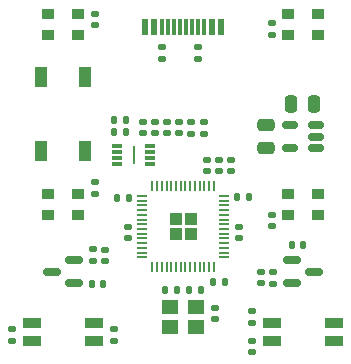
<source format=gbr>
%TF.GenerationSoftware,KiCad,Pcbnew,7.0.1*%
%TF.CreationDate,2023-05-12T00:47:34+01:00*%
%TF.ProjectId,MoonPad,4d6f6f6e-5061-4642-9e6b-696361645f70,rev?*%
%TF.SameCoordinates,Original*%
%TF.FileFunction,Paste,Top*%
%TF.FilePolarity,Positive*%
%FSLAX46Y46*%
G04 Gerber Fmt 4.6, Leading zero omitted, Abs format (unit mm)*
G04 Created by KiCad (PCBNEW 7.0.1) date 2023-05-12 00:47:34*
%MOMM*%
%LPD*%
G01*
G04 APERTURE LIST*
G04 Aperture macros list*
%AMRoundRect*
0 Rectangle with rounded corners*
0 $1 Rounding radius*
0 $2 $3 $4 $5 $6 $7 $8 $9 X,Y pos of 4 corners*
0 Add a 4 corners polygon primitive as box body*
4,1,4,$2,$3,$4,$5,$6,$7,$8,$9,$2,$3,0*
0 Add four circle primitives for the rounded corners*
1,1,$1+$1,$2,$3*
1,1,$1+$1,$4,$5*
1,1,$1+$1,$6,$7*
1,1,$1+$1,$8,$9*
0 Add four rect primitives between the rounded corners*
20,1,$1+$1,$2,$3,$4,$5,0*
20,1,$1+$1,$4,$5,$6,$7,0*
20,1,$1+$1,$6,$7,$8,$9,0*
20,1,$1+$1,$8,$9,$2,$3,0*%
G04 Aperture macros list end*
%ADD10RoundRect,0.140000X0.170000X-0.140000X0.170000X0.140000X-0.170000X0.140000X-0.170000X-0.140000X0*%
%ADD11RoundRect,0.140000X-0.170000X0.140000X-0.170000X-0.140000X0.170000X-0.140000X0.170000X0.140000X0*%
%ADD12R,1.400000X1.200000*%
%ADD13RoundRect,0.140000X-0.140000X-0.170000X0.140000X-0.170000X0.140000X0.170000X-0.140000X0.170000X0*%
%ADD14RoundRect,0.135000X0.185000X-0.135000X0.185000X0.135000X-0.185000X0.135000X-0.185000X-0.135000X0*%
%ADD15R,0.600000X1.450000*%
%ADD16R,0.300000X1.450000*%
%ADD17RoundRect,0.150000X-0.587500X-0.150000X0.587500X-0.150000X0.587500X0.150000X-0.587500X0.150000X0*%
%ADD18R,1.000000X0.850000*%
%ADD19RoundRect,0.140000X0.140000X0.170000X-0.140000X0.170000X-0.140000X-0.170000X0.140000X-0.170000X0*%
%ADD20R,0.900000X0.300000*%
%ADD21R,0.250000X1.650000*%
%ADD22RoundRect,0.135000X0.135000X0.185000X-0.135000X0.185000X-0.135000X-0.185000X0.135000X-0.185000X0*%
%ADD23RoundRect,0.250000X0.475000X-0.250000X0.475000X0.250000X-0.475000X0.250000X-0.475000X-0.250000X0*%
%ADD24RoundRect,0.250000X0.250000X0.475000X-0.250000X0.475000X-0.250000X-0.475000X0.250000X-0.475000X0*%
%ADD25RoundRect,0.135000X-0.185000X0.135000X-0.185000X-0.135000X0.185000X-0.135000X0.185000X0.135000X0*%
%ADD26RoundRect,0.250000X-0.292217X-0.292217X0.292217X-0.292217X0.292217X0.292217X-0.292217X0.292217X0*%
%ADD27RoundRect,0.050000X-0.387500X-0.050000X0.387500X-0.050000X0.387500X0.050000X-0.387500X0.050000X0*%
%ADD28RoundRect,0.050000X-0.050000X-0.387500X0.050000X-0.387500X0.050000X0.387500X-0.050000X0.387500X0*%
%ADD29RoundRect,0.150000X0.512500X0.150000X-0.512500X0.150000X-0.512500X-0.150000X0.512500X-0.150000X0*%
%ADD30R,1.000000X1.700000*%
%ADD31RoundRect,0.135000X-0.135000X-0.185000X0.135000X-0.185000X0.135000X0.185000X-0.135000X0.185000X0*%
%ADD32RoundRect,0.150000X0.587500X0.150000X-0.587500X0.150000X-0.587500X-0.150000X0.587500X-0.150000X0*%
%ADD33RoundRect,0.082000X0.718000X-0.328000X0.718000X0.328000X-0.718000X0.328000X-0.718000X-0.328000X0*%
G04 APERTURE END LIST*
D10*
%TO.C,C8*%
X179832000Y-96873000D03*
X179832000Y-95913000D03*
%TD*%
D11*
%TO.C,C23*%
X170307000Y-83566000D03*
X170307000Y-84526000D03*
%TD*%
D10*
%TO.C,C9*%
X173101000Y-102588000D03*
X173101000Y-101628000D03*
%TD*%
D11*
%TO.C,C26*%
X183642000Y-111252000D03*
X183642000Y-112212000D03*
%TD*%
D12*
%TO.C,Y1*%
X178900000Y-108370000D03*
X176700000Y-108370000D03*
X176700000Y-110070000D03*
X178900000Y-110070000D03*
%TD*%
D11*
%TO.C,C25*%
X185293000Y-100584000D03*
X185293000Y-101544000D03*
%TD*%
D10*
%TO.C,C14*%
X177419000Y-93698000D03*
X177419000Y-92738000D03*
%TD*%
D13*
%TO.C,C6*%
X180368000Y-106299000D03*
X181328000Y-106299000D03*
%TD*%
D14*
%TO.C,R6*%
X176022000Y-87430000D03*
X176022000Y-86410000D03*
%TD*%
D15*
%TO.C,J3*%
X181050000Y-84690000D03*
X180250000Y-84690000D03*
D16*
X179050000Y-84690000D03*
X178050000Y-84690000D03*
X177550000Y-84690000D03*
X176550000Y-84690000D03*
D15*
X175350000Y-84690000D03*
X174550000Y-84690000D03*
X174550000Y-84690000D03*
X175350000Y-84690000D03*
D16*
X176050000Y-84690000D03*
X177050000Y-84690000D03*
X178550000Y-84690000D03*
X179550000Y-84690000D03*
D15*
X180250000Y-84690000D03*
X181050000Y-84690000D03*
%TD*%
D17*
%TO.C,U5*%
X187022500Y-104460000D03*
X187022500Y-106360000D03*
X188897500Y-105410000D03*
%TD*%
D10*
%TO.C,C10*%
X180848000Y-96873000D03*
X180848000Y-95913000D03*
%TD*%
%TO.C,C11*%
X181864000Y-96873000D03*
X181864000Y-95913000D03*
%TD*%
D18*
%TO.C,D3*%
X168940000Y-85330000D03*
X168940000Y-83555000D03*
X166340000Y-83580000D03*
X166340000Y-85330000D03*
%TD*%
D11*
%TO.C,C17*%
X184404000Y-105438000D03*
X184404000Y-106398000D03*
%TD*%
D19*
%TO.C,C2*%
X177264000Y-106934000D03*
X176304000Y-106934000D03*
%TD*%
D10*
%TO.C,C19*%
X163322000Y-111252000D03*
X163322000Y-110292000D03*
%TD*%
D20*
%TO.C,IC1*%
X172209000Y-94754000D03*
X172209000Y-95254000D03*
X172209000Y-95754000D03*
X172209000Y-96254000D03*
X175009000Y-96254000D03*
X175009000Y-95754000D03*
X175009000Y-95254000D03*
X175009000Y-94754000D03*
D21*
X173609000Y-95504000D03*
%TD*%
D22*
%TO.C,R1*%
X172976000Y-92583000D03*
X171956000Y-92583000D03*
%TD*%
D13*
%TO.C,C12*%
X182400000Y-99060000D03*
X183360000Y-99060000D03*
%TD*%
D10*
%TO.C,C15*%
X176403000Y-93698000D03*
X176403000Y-92738000D03*
%TD*%
%TO.C,C20*%
X170307000Y-98806000D03*
X170307000Y-97846000D03*
%TD*%
D19*
%TO.C,C16*%
X173200000Y-99187000D03*
X172240000Y-99187000D03*
%TD*%
D13*
%TO.C,C22*%
X187022800Y-103174800D03*
X187982800Y-103174800D03*
%TD*%
D14*
%TO.C,RLED1*%
X171958000Y-111252000D03*
X171958000Y-110232000D03*
%TD*%
D11*
%TO.C,C3*%
X180467000Y-108486000D03*
X180467000Y-109446000D03*
%TD*%
D14*
%TO.C,R8*%
X170180000Y-104521000D03*
X170180000Y-103501000D03*
%TD*%
D23*
%TO.C,C4*%
X184857602Y-94929997D03*
X184857602Y-93029997D03*
%TD*%
D24*
%TO.C,C1*%
X188855601Y-91185999D03*
X186955601Y-91185999D03*
%TD*%
D13*
%TO.C,C21*%
X170081000Y-106426000D03*
X171041000Y-106426000D03*
%TD*%
D10*
%TO.C,C24*%
X185293000Y-85344000D03*
X185293000Y-84384000D03*
%TD*%
D13*
%TO.C,R9*%
X171986000Y-93599000D03*
X172946000Y-93599000D03*
%TD*%
D18*
%TO.C,D2*%
X168940000Y-100570000D03*
X168940000Y-98795000D03*
X166340000Y-98820000D03*
X166340000Y-100570000D03*
%TD*%
D10*
%TO.C,C5*%
X174371000Y-93698000D03*
X174371000Y-92738000D03*
%TD*%
D25*
%TO.C,R4*%
X179578000Y-92708000D03*
X179578000Y-93728000D03*
%TD*%
D18*
%TO.C,D6*%
X186660000Y-98820000D03*
X186660000Y-100595000D03*
X189260000Y-100570000D03*
X189260000Y-98820000D03*
%TD*%
D26*
%TO.C,U3*%
X177162500Y-100962500D03*
X177162500Y-102237500D03*
X178437500Y-100962500D03*
X178437500Y-102237500D03*
D27*
X174362500Y-99000000D03*
X174362500Y-99400000D03*
X174362500Y-99800000D03*
X174362500Y-100200000D03*
X174362500Y-100600000D03*
X174362500Y-101000000D03*
X174362500Y-101400000D03*
X174362500Y-101800000D03*
X174362500Y-102200000D03*
X174362500Y-102600000D03*
X174362500Y-103000000D03*
X174362500Y-103400000D03*
X174362500Y-103800000D03*
X174362500Y-104200000D03*
D28*
X175200000Y-105037500D03*
X175600000Y-105037500D03*
X176000000Y-105037500D03*
X176400000Y-105037500D03*
X176800000Y-105037500D03*
X177200000Y-105037500D03*
X177600000Y-105037500D03*
X178000000Y-105037500D03*
X178400000Y-105037500D03*
X178800000Y-105037500D03*
X179200000Y-105037500D03*
X179600000Y-105037500D03*
X180000000Y-105037500D03*
X180400000Y-105037500D03*
D27*
X181237500Y-104200000D03*
X181237500Y-103800000D03*
X181237500Y-103400000D03*
X181237500Y-103000000D03*
X181237500Y-102600000D03*
X181237500Y-102200000D03*
X181237500Y-101800000D03*
X181237500Y-101400000D03*
X181237500Y-101000000D03*
X181237500Y-100600000D03*
X181237500Y-100200000D03*
X181237500Y-99800000D03*
X181237500Y-99400000D03*
X181237500Y-99000000D03*
D28*
X180400000Y-98162500D03*
X180000000Y-98162500D03*
X179600000Y-98162500D03*
X179200000Y-98162500D03*
X178800000Y-98162500D03*
X178400000Y-98162500D03*
X178000000Y-98162500D03*
X177600000Y-98162500D03*
X177200000Y-98162500D03*
X176800000Y-98162500D03*
X176400000Y-98162500D03*
X176000000Y-98162500D03*
X175600000Y-98162500D03*
X175200000Y-98162500D03*
%TD*%
D29*
%TO.C,U6*%
X189097500Y-94930000D03*
X189097500Y-93980000D03*
X189097500Y-93030000D03*
X186822500Y-93030000D03*
X186822500Y-94930000D03*
%TD*%
D18*
%TO.C,D5*%
X186660000Y-83580000D03*
X186660000Y-85355000D03*
X189260000Y-85330000D03*
X189260000Y-83580000D03*
%TD*%
D10*
%TO.C,C7*%
X175387000Y-93698000D03*
X175387000Y-92738000D03*
%TD*%
D30*
%TO.C,SW1*%
X165740000Y-95200000D03*
X165740000Y-88900000D03*
X169540000Y-95200000D03*
X169540000Y-88900000D03*
%TD*%
D25*
%TO.C,R3*%
X178435000Y-92708000D03*
X178435000Y-93728000D03*
%TD*%
%TO.C,RLED2*%
X183642000Y-108710000D03*
X183642000Y-109730000D03*
%TD*%
D10*
%TO.C,C13*%
X182499000Y-102588000D03*
X182499000Y-101628000D03*
%TD*%
D14*
%TO.C,R7*%
X185420000Y-106426000D03*
X185420000Y-105406000D03*
%TD*%
D31*
%TO.C,R5*%
X178306000Y-106934000D03*
X179326000Y-106934000D03*
%TD*%
D14*
%TO.C,R2*%
X179070000Y-87430000D03*
X179070000Y-86410000D03*
%TD*%
D11*
%TO.C,C18*%
X171196000Y-103533000D03*
X171196000Y-104493000D03*
%TD*%
D32*
%TO.C,U4*%
X168577500Y-106360000D03*
X168577500Y-104460000D03*
X166702500Y-105410000D03*
%TD*%
D33*
%TO.C,D4*%
X185360000Y-111240000D03*
X185360000Y-109740000D03*
X190560000Y-109740000D03*
X190560000Y-111240000D03*
%TD*%
%TO.C,D1*%
X165040000Y-111240000D03*
X165040000Y-109740000D03*
X170240000Y-109740000D03*
X170240000Y-111240000D03*
%TD*%
M02*

</source>
